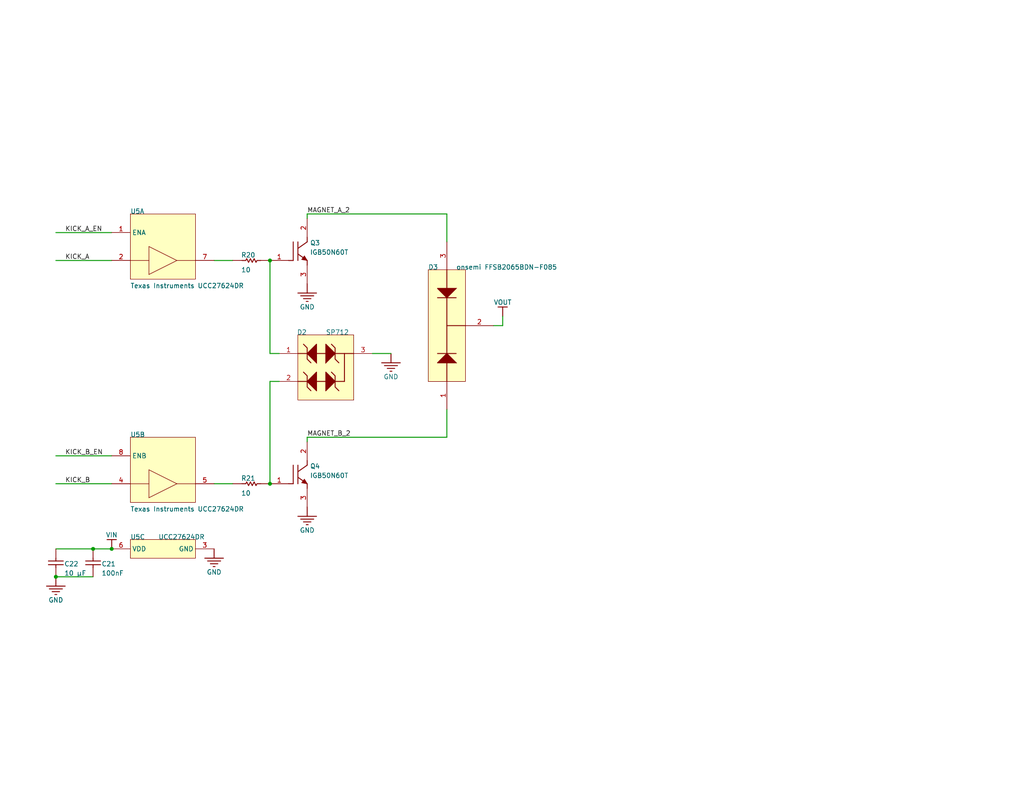
<source format=kicad_sch>
(kicad_sch (version 20230121) (generator eeschema)
  (paper "A")
  (lib_symbols
    (symbol "mikona-altium-import:0_INF-IGBT-N-GEC-3_A"
      (property "Value" "0_INF-IGBT-N-GEC-3_A" (at 0 0 0))
      (symbol "0_INF-IGBT-N-GEC-3_A_1_0"
        (polyline (pts (xy 0 -6.35) (xy 1.27 -6.35)) (stroke (width 0.254)))
        (polyline (pts (xy 1.27 -1.27) (xy 1.27 -6.35)) (stroke (width 0.254)))
        (polyline (pts (xy 2.54 -4.572) (xy 5.08 -6.35)) (stroke (width 0.254)))
        (polyline (pts (xy 2.54 -1.27) (xy 2.54 -6.35)) (stroke (width 0.254)))
        (polyline (pts (xy 5.08 -6.35) (xy 5.08 -7.62)) (stroke (width 0.254)))
        (polyline (pts (xy 5.08 -1.27) (xy 2.54 -3.048)) (stroke (width 0.254)))
        (polyline (pts (xy 5.08 0) (xy 5.08 -1.27)) (stroke (width 0.254)))
        (polyline (pts (xy 5.08 -6.35) (xy 4.318 -5.08) (xy 3.556 -6.096) (xy 5.08 -6.35)) (fill (type outline)))
        (pin passive line (at -5.08 -6.35 0) (length 5.08) (name "G") (number "1"))
        (pin passive line (at 5.08 5.08 270) (length 5.08) (name "C") (number "2"))
        (pin passive line (at 5.08 -12.7 90) (length 5.08) (name "E") (number "3"))
      )
    )
    (symbol "mikona-altium-import:0_RES-2"
      (property "Value" "0_RES-2" (at 0 0 0))
      (symbol "0_RES-2_1_0"
        (polyline (pts (xy 5.08 -2.54) (xy 4.064 -2.54) (xy 3.81 -3.048) (xy 3.302 -2.032) (xy 2.794 -3.048) (xy 2.286 -2.032) (xy 1.778 -3.048) (xy 1.27 -2.032) (xy 1.016 -2.54) (xy 0 -2.54)) (stroke (width 0.254)))
        (pin passive line (at -2.54 -2.54 0) (length 2.54) (name "1") (number "1"))
        (pin passive line (at 7.62 -2.54 180) (length 2.54) (name "2") (number "2"))
      )
    )
    (symbol "mikona-altium-import:0_SP712-02HTG"
      (property "Value" "0_SP712-02HTG" (at 0 0 0))
      (symbol "0_SP712-02HTG_1_0"
        (polyline (pts (xy 0 -10.16) (xy 2.54 -10.16)) (stroke (width 0.254)))
        (polyline (pts (xy 0 -2.54) (xy 2.54 -2.54)) (stroke (width 0.254)))
        (polyline (pts (xy 5.08 -10.16) (xy 7.62 -10.16)) (stroke (width 0.254)))
        (polyline (pts (xy 5.08 -2.54) (xy 7.62 -2.54)) (stroke (width 0.254)))
        (polyline (pts (xy 10.16 -10.16) (xy 12.7 -10.16)) (stroke (width 0.254)))
        (polyline (pts (xy 10.16 -2.54) (xy 15.24 -2.54)) (stroke (width 0.254)))
        (polyline (pts (xy 12.7 -10.16) (xy 12.7 -2.54)) (stroke (width 0.254)))
        (polyline (pts (xy 3.556 -12.7) (xy 2.54 -11.684) (xy 2.54 -8.636) (xy 1.524 -7.62)) (stroke (width 0.254)))
        (polyline (pts (xy 3.556 -5.08) (xy 2.54 -4.064) (xy 2.54 -1.016) (xy 1.524 0)) (stroke (width 0.254)))
        (polyline (pts (xy 5.08 -12.7) (xy 2.54 -10.16) (xy 5.08 -7.62) (xy 5.08 -12.7)) (stroke (width 0.254)) (fill (type outline)))
        (polyline (pts (xy 5.08 -5.08) (xy 2.54 -2.54) (xy 5.08 0) (xy 5.08 -5.08)) (stroke (width 0.254)) (fill (type outline)))
        (polyline (pts (xy 7.62 -12.7) (xy 10.16 -10.16) (xy 7.62 -7.62) (xy 7.62 -12.7)) (stroke (width 0.254)) (fill (type outline)))
        (polyline (pts (xy 7.62 -5.08) (xy 10.16 -2.54) (xy 7.62 0) (xy 7.62 -5.08)) (stroke (width 0.254)) (fill (type outline)))
        (polyline (pts (xy 11.176 -12.7) (xy 10.16 -11.684) (xy 10.16 -8.636) (xy 9.144 -7.62)) (stroke (width 0.254)))
        (polyline (pts (xy 11.176 -5.08) (xy 10.16 -4.064) (xy 10.16 -1.016) (xy 9.144 0)) (stroke (width 0.254)))
        (rectangle (start 15.24 2.54) (end 0 -15.24) (fill (type background)))
        (pin passive line (at -5.08 -2.54 0) (length 5.08) (name "A1") (number "1"))
        (pin passive line (at -5.08 -10.16 0) (length 5.08) (name "A1") (number "2"))
        (pin passive line (at 20.32 -2.54 180) (length 5.08) (name "A2") (number "3"))
      )
    )
    (symbol "mikona-altium-import:0_UCC27624DR"
      (property "Value" "0_UCC27624DR" (at 0 0 0))
      (symbol "0_UCC27624DR_1_0"
        (polyline (pts (xy 0 -5.08) (xy 5.08 -5.08)))
        (polyline (pts (xy 5.08 -8.89) (xy 5.08 -1.27)))
        (polyline (pts (xy 5.08 -8.89) (xy 12.7 -5.08)))
        (polyline (pts (xy 5.08 -1.27) (xy 12.7 -5.08)))
        (polyline (pts (xy 12.7 -5.08) (xy 17.78 -5.08)))
        (rectangle (start 17.78 7.62) (end 0 -10.16) (fill (type background)))
        (pin input line (at -5.08 2.54 0) (length 5.08) (name "ENA") (number "1"))
        (pin input line (at -5.08 -5.08 0) (length 5.08) (name "INA") (number "2"))
        (pin output line (at 22.86 -5.08 180) (length 5.08) (name "OUTA") (number "7"))
      )
      (symbol "0_UCC27624DR_2_0"
        (polyline (pts (xy 0 -5.08) (xy 5.08 -5.08)))
        (polyline (pts (xy 5.08 -8.89) (xy 5.08 -1.27)))
        (polyline (pts (xy 5.08 -8.89) (xy 12.7 -5.08)))
        (polyline (pts (xy 5.08 -1.27) (xy 12.7 -5.08)))
        (polyline (pts (xy 12.7 -5.08) (xy 17.78 -5.08)))
        (rectangle (start 17.78 7.62) (end 0 -10.16) (fill (type background)))
        (pin input line (at -5.08 -5.08 0) (length 5.08) (name "INB") (number "4"))
        (pin output line (at 22.86 -5.08 180) (length 5.08) (name "OUTB") (number "5"))
        (pin input line (at -5.08 2.54 0) (length 5.08) (name "ENB") (number "8"))
      )
      (symbol "0_UCC27624DR_3_0"
        (rectangle (start 17.78 0) (end 0 -5.08) (fill (type background)))
        (pin passive line (at 22.86 -2.54 180) (length 5.08) (name "GND") (number "3"))
        (pin passive line (at -5.08 -2.54 0) (length 5.08) (name "VDD") (number "6"))
      )
    )
    (symbol "mikona-altium-import:1_FFSB2065BDN-F085"
      (property "Value" "1_FFSB2065BDN-F085" (at 0 0 0))
      (symbol "1_FFSB2065BDN-F085_1_0"
        (polyline (pts (xy -2.54 -7.62) (xy 2.54 -7.62)) (stroke (width 0.254)))
        (polyline (pts (xy -2.54 7.62) (xy 2.54 7.62)) (stroke (width 0.254)))
        (polyline (pts (xy 0 -15.24) (xy 0 -10.16)) (stroke (width 0.254)))
        (polyline (pts (xy 0 -7.62) (xy 0 7.62)) (stroke (width 0.254)))
        (polyline (pts (xy 0 0) (xy 5.08 0)) (stroke (width 0.254)))
        (polyline (pts (xy 0 10.16) (xy 0 15.24)) (stroke (width 0.254)))
        (polyline (pts (xy 2.54 -10.16) (xy 0 -7.62) (xy -2.54 -10.16) (xy 2.54 -10.16)) (stroke (width 0.254)) (fill (type outline)))
        (polyline (pts (xy 2.54 10.16) (xy 0 7.62) (xy -2.54 10.16) (xy 2.54 10.16)) (stroke (width 0.254)) (fill (type outline)))
        (rectangle (start 5.08 15.24) (end -5.08 -15.24) (fill (type background)))
        (pin passive line (at 0 -22.86 90) (length 7.62) (name "1") (number "1"))
        (pin passive line (at 12.7 0 180) (length 7.62) (name "2") (number "2"))
        (pin passive line (at 0 22.86 270) (length 7.62) (name "3") (number "3"))
      )
    )
    (symbol "mikona-altium-import:1_SYM-55069f29b9a38ac1-2"
      (property "Value" "1_SYM-55069f29b9a38ac1-2" (at 0 0 0))
      (symbol "1_SYM-55069f29b9a38ac1-2_1_0"
        (polyline (pts (xy -2.032 4.318) (xy 2.032 4.318)) (stroke (width 0.254)))
        (polyline (pts (xy 0 2.54) (xy 0 3.302)) (stroke (width 0.254)))
        (polyline (pts (xy 0 5.08) (xy 0 4.318)) (stroke (width 0.254)))
        (polyline (pts (xy 2.032 3.302) (xy -2.032 3.302)) (stroke (width 0.254)))
        (pin passive line (at 0 0 90) (length 2.54) (name "1") (number "1"))
        (pin passive line (at 0 7.62 270) (length 2.54) (name "2") (number "2"))
      )
    )
    (symbol "mikona-altium-import:1_SYM-773ebe35ab3ba8f9-3"
      (property "Value" "1_SYM-773ebe35ab3ba8f9-3" (at 0 0 0))
      (symbol "1_SYM-773ebe35ab3ba8f9-3_1_0"
        (polyline (pts (xy -2.032 4.318) (xy 2.032 4.318)) (stroke (width 0.254)))
        (polyline (pts (xy 0 2.54) (xy 0 3.302)) (stroke (width 0.254)))
        (polyline (pts (xy 0 5.08) (xy 0 4.318)) (stroke (width 0.254)))
        (polyline (pts (xy 2.032 3.302) (xy -2.032 3.302)) (stroke (width 0.254)))
        (pin passive line (at 0 0 90) (length 2.54) (name "1") (number "1"))
        (pin passive line (at 0 7.62 270) (length 2.54) (name "2") (number "2"))
      )
    )
    (symbol "mikona-altium-import:GND" (power)
      (property "Reference" "#PWR" (at 0 0 0))
      (property "Value" "GND" (at 0 6.35 0))
      (symbol "GND_0_0"
        (polyline (pts (xy -2.54 -2.54) (xy 2.54 -2.54)) (stroke (width 0.254)))
        (polyline (pts (xy -1.778 -3.302) (xy 1.778 -3.302)) (stroke (width 0.254)))
        (polyline (pts (xy -1.016 -4.064) (xy 1.016 -4.064)) (stroke (width 0.254)))
        (polyline (pts (xy -0.254 -4.826) (xy 0.254 -4.826)) (stroke (width 0.254)))
        (polyline (pts (xy 0 0) (xy 0 -2.54)) (stroke (width 0.254)))
        (pin power_in line (at 0 0 0) (length 0) hide (name "GND") (number ""))
      )
    )
    (symbol "mikona-altium-import:VIN" (power)
      (property "Reference" "#PWR" (at 0 0 0))
      (property "Value" "VIN" (at 0 3.81 0))
      (symbol "VIN_0_0"
        (polyline (pts (xy -1.27 -2.54) (xy 1.27 -2.54)) (stroke (width 0.254)))
        (polyline (pts (xy 0 0) (xy 0 -2.54)) (stroke (width 0.254)))
        (pin power_in line (at 0 0 0) (length 0) hide (name "VIN") (number ""))
      )
    )
    (symbol "mikona-altium-import:VOUT" (power)
      (property "Reference" "#PWR" (at 0 0 0))
      (property "Value" "VOUT" (at 0 3.81 0))
      (symbol "VOUT_0_0"
        (polyline (pts (xy -1.27 -2.54) (xy 1.27 -2.54)) (stroke (width 0.254)))
        (polyline (pts (xy 0 0) (xy 0 -2.54)) (stroke (width 0.254)))
        (pin power_in line (at 0 0 0) (length 0) hide (name "VOUT") (number ""))
      )
    )
  )
  (junction (at 73.66 71.12))
  (junction (at 15.24 157.48))
  (junction (at 25.4 149.86))
  (junction (at 30.48 149.86))
  (junction (at 73.66 132.08))
  (wire (pts (xy 76.2 104.14) (xy 73.66 104.14)) (stroke (width 0.254)))
  (wire (pts (xy 30.48 63.5) (xy 15.24 63.5)) (stroke (width 0.254)))
  (wire (pts (xy 58.42 71.12) (xy 63.5 71.12)) (stroke (width 0.254)))
  (wire (pts (xy 83.82 119.38) (xy 121.92 119.38)) (stroke (width 0.254)))
  (wire (pts (xy 76.2 96.52) (xy 73.66 96.52)) (stroke (width 0.254)))
  (wire (pts (xy 73.66 104.14) (xy 73.66 132.08)) (stroke (width 0.254)))
  (wire (pts (xy 63.5 132.08) (xy 58.42 132.08)) (stroke (width 0.254)))
  (wire (pts (xy 83.82 58.42) (xy 121.92 58.42)) (stroke (width 0.254)))
  (wire (pts (xy 73.66 96.52) (xy 73.66 71.12)) (stroke (width 0.254)))
  (wire (pts (xy 101.6 96.52) (xy 106.68 96.52)) (stroke (width 0.254)))
  (wire (pts (xy 137.16 88.9) (xy 137.16 86.36)) (stroke (width 0.254)))
  (wire (pts (xy 121.92 58.42) (xy 121.92 66.04)) (stroke (width 0.254)))
  (wire (pts (xy 121.92 119.38) (xy 121.92 111.76)) (stroke (width 0.254)))
  (wire (pts (xy 25.4 149.86) (xy 15.24 149.86)) (stroke (width 0.254)))
  (wire (pts (xy 30.48 71.12) (xy 15.24 71.12)) (stroke (width 0.254)))
  (wire (pts (xy 134.62 88.9) (xy 137.16 88.9)) (stroke (width 0.254)))
  (wire (pts (xy 30.48 149.86) (xy 25.4 149.86)) (stroke (width 0.254)))
  (wire (pts (xy 30.48 132.08) (xy 15.24 132.08)) (stroke (width 0.254)))
  (wire (pts (xy 15.24 157.48) (xy 25.4 157.48)) (stroke (width 0.254)))
  (wire (pts (xy 30.48 124.46) (xy 15.24 124.46)) (stroke (width 0.254)))
  (wire (pts (xy 83.82 120.65) (xy 83.82 119.38)) (stroke (width 0.254)))
  (wire (pts (xy 83.82 59.69) (xy 83.82 58.42)) (stroke (width 0.254)))
  (label "KICK_A_EN" (at 17.78 63.5 0))
  (label "MAGNET_A_2" (at 83.82 58.42 0))
  (label "KICK_B" (at 17.78 132.08 0))
  (label "KICK_B_EN" (at 17.78 124.46 0))
  (label "MAGNET_B_2" (at 83.82 119.38 0))
  (label "KICK_A" (at 17.78 71.12 0))
  (symbol (lib_id "mikona-altium-import:VIN") (at 30.48 149.86 180) (unit 1)
    (property "Reference" "#PWR?" (effects hide))
    (property "Value" "VIN" (at 30.48 146.05 0))
  )
  (symbol (lib_id "mikona-altium-import:0_UCC27624DR") (at 35.56 147.32 0) (unit 3)
    (property "Reference" "U5" (at 35.56 147.32 0) (effects (justify left bottom)))
    (property "Value" "UCC27624DR" (at 43.18 147.32 0) (effects (justify left bottom)))
    (property "Footprint" "SOIC-OA8_L" (effects hide))
    (property "MANUFACTURER PART NUMBER" "UCC27624DR" (effects hide))
    (property "OCTOPARTID" "6206ac6461b3bdc1" (effects hide))
    (property "OCTOPART URL" "https://octopart.com/ucc27624dr-texas+instruments-124266195" (effects hide))
    (property "LIFECYCLE STATUS" "Not Listed by Manufacturer" (effects hide))
  )
  (symbol (lib_id "mikona-altium-import:0_INF-IGBT-N-GEC-3_A") (at 78.74 125.73 0) (unit 1)
    (property "Reference" "Q4" (at 84.582 128.016 0) (effects (justify left bottom)))
    (property "Value" "IGB50N60T" (at 84.582 130.556 0) (effects (justify left bottom)))
    (property "Footprint" "INF-PG-TO-263-3-2_A_M" (effects hide))
    (property "NUMBER OF PINS" "3" (effects hide))
    (property "OCTOPART URL" "https://octopart.com/igb50n60t-infineon-3770246" (effects hide))
    (property "OCTOPARTID" "074ace79a5aad88d" (effects hide))
    (property "ROHS" "Compliant" (effects hide))
    (property "MANUFACTURER PART NUMBER" "IGB50N60TATMA1" (effects hide))
  )
  (symbol (lib_id "mikona-altium-import:0_INF-IGBT-N-GEC-3_A") (at 78.74 64.77 0) (unit 1)
    (property "Reference" "Q3" (at 84.582 67.056 0) (effects (justify left bottom)))
    (property "Value" "IGB50N60T" (at 84.582 69.596 0) (effects (justify left bottom)))
    (property "Footprint" "INF-PG-TO-263-3-2_A_M" (effects hide))
    (property "NUMBER OF PINS" "3" (effects hide))
    (property "OCTOPART URL" "https://octopart.com/igb50n60t-infineon-3770246" (effects hide))
    (property "OCTOPARTID" "074ace79a5aad88d" (effects hide))
    (property "ROHS" "Compliant" (effects hide))
    (property "MANUFACTURER PART NUMBER" "IGB50N60TATMA1" (effects hide))
  )
  (symbol (lib_id "mikona-altium-import:GND") (at 106.68 96.52 0) (unit 1)
    (property "Reference" "#PWR?" (effects hide))
    (property "Value" "GND" (at 106.68 102.87 0))
  )
  (symbol (lib_id "mikona-altium-import:0_RES-2") (at 66.04 129.54 0) (unit 1)
    (property "Reference" "R21" (at 65.786 131.318 0) (effects (justify left bottom)))
    (property "Value" "10" (at 65.786 135.382 0) (effects (justify left bottom)))
    (property "Footprint" "RESC1005X40X25NL05T05" (effects hide))
    (property "MANUFACTURER PART NUMBER" "ERJ-2GEJ100X" (effects hide))
    (property "CASE/PACKAGE" "0402" (effects hide))
    (property "LEAD-FREE STATUS" "Lead Free" (effects hide))
    (property "LIFECYCLE STATUS" "Not Listed by Manufacturer" (effects hide))
    (property "MOUNTING STYLE" "Surface Mount" (effects hide))
    (property "OCTOPART URL" "https://octopart.com/erj-2gej100x-panasonic-55404978" (effects hide))
    (property "OCTOPARTID" "2095ead26c41ff52" (effects hide))
    (property "PACKAGING" "Cut Tape (CT)" (effects hide))
    (property "POWER RATING" "0.1 W" (effects hide))
    (property "REACH SVHC COMPLIANCE" "No SVHC" (effects hide))
    (property "RESISTANCE" "10.0 Ω" (effects hide))
    (property "RESISTANCE TOLERANCE" "±5%" (effects hide))
    (property "ROHS" "Compliant" (effects hide))
    (property "SIZE-HEIGHT" "0.00035 m" (effects hide))
    (property "SIZE-LENGTH" "0.001 m" (effects hide))
    (property "SIZE-WIDTH" "0.0005 m" (effects hide))
    (property "VOLTAGE RATING (DC)" "50.0 V" (effects hide))
  )
  (symbol (lib_id "mikona-altium-import:GND") (at 15.24 157.48 0) (unit 1)
    (property "Reference" "#PWR?" (effects hide))
    (property "Value" "GND" (at 15.24 163.83 0))
  )
  (symbol (lib_id "mikona-altium-import:GND") (at 58.42 149.86 0) (unit 1)
    (property "Reference" "#PWR?" (effects hide))
    (property "Value" "GND" (at 58.42 156.21 0))
  )
  (symbol (lib_id "mikona-altium-import:0_UCC27624DR") (at 35.56 66.04 0) (unit 1)
    (property "Reference" "U5" (at 35.56 58.42 0) (effects (justify left bottom)))
    (property "Value" "Texas Instruments UCC27624DR" (at 35.56 78.74 0) (effects (justify left bottom)))
    (property "Footprint" "SOIC-OA8_L" (effects hide))
    (property "MANUFACTURER PART NUMBER" "UCC27624DR" (effects hide))
    (property "OCTOPARTID" "6206ac6461b3bdc1" (effects hide))
    (property "OCTOPART URL" "https://octopart.com/ucc27624dr-texas+instruments-124266195" (effects hide))
    (property "LIFECYCLE STATUS" "Not Listed by Manufacturer" (effects hide))
  )
  (symbol (lib_id "mikona-altium-import:1_SYM-55069f29b9a38ac1-2") (at 15.24 157.48 0) (unit 1)
    (property "Reference" "C22" (at 17.526 154.686 0) (effects (justify left bottom)))
    (property "Value" "10 µF" (at 17.526 157.226 0) (effects (justify left bottom)))
    (property "Footprint" "RESC2013X55X40ML15T20" (effects hide))
    (property "OCTOPART URL" "https://octopart.com/grm21br61h106ke43l-murata-52808131" (effects hide))
    (property "SIZE-THICKNESS" "1.25 mm" (effects hide))
    (property "CAPACITANCE" "10.0 µF" (effects hide))
    (property "FOOTPRINT" "PCB-iofq8orujrbkju2ey0y8-1" (effects hide))
    (property "CASE/PACKAGE" "0805" (effects hide))
    (property "VOLTAGE RATING (DC)" "50.0 V" (effects hide))
    (property "SIZE-WIDTH" "1.25 mm" (effects hide))
    (property "DIELECTRIC CHARACTERISTIC" "X5R" (effects hide))
    (property "OCTOPARTID" "55069f29b9a38ac1" (effects hide))
    (property "SIZE-LENGTH" "2.00 mm" (effects hide))
    (property "CAPACITANCE TOLERANCE" "±10%" (effects hide))
    (property "MANUFACTURER PART NUMBER" "GRM21BR61H106KE43L" (effects hide))
  )
  (symbol (lib_id "mikona-altium-import:0_SP712-02HTG") (at 81.28 93.98 0) (unit 1)
    (property "Reference" "D2" (at 81.026 91.44 0) (effects (justify left bottom)))
    (property "Value" "SP712" (at 88.9 91.44 0) (effects (justify left bottom)))
    (property "Footprint" "ONSC-SOT-23-3-318-08_V" (effects hide))
    (property "MANUFACTURER PART NUMBER" "SP712-02HTG" (effects hide))
    (property "OCTOPART URL" "https://octopart.com/sp712-02htg-littelfuse-107490144" (effects hide))
    (property "OCTOPARTID" "9ddc52be93da421b" (effects hide))
  )
  (symbol (lib_id "mikona-altium-import:GND") (at 83.82 77.47 0) (unit 1)
    (property "Reference" "#PWR?" (effects hide))
    (property "Value" "GND" (at 83.82 83.82 0))
  )
  (symbol (lib_id "mikona-altium-import:GND") (at 83.82 138.43 0) (unit 1)
    (property "Reference" "#PWR?" (effects hide))
    (property "Value" "GND" (at 83.82 144.78 0))
  )
  (symbol (lib_id "mikona-altium-import:0_UCC27624DR") (at 35.56 127 0) (unit 2)
    (property "Reference" "U5" (at 35.56 119.38 0) (effects (justify left bottom)))
    (property "Value" "Texas Instruments UCC27624DR" (at 35.56 139.7 0) (effects (justify left bottom)))
    (property "Footprint" "SOIC-OA8_L" (effects hide))
    (property "MANUFACTURER PART NUMBER" "UCC27624DR" (effects hide))
    (property "OCTOPARTID" "6206ac6461b3bdc1" (effects hide))
    (property "OCTOPART URL" "https://octopart.com/ucc27624dr-texas+instruments-124266195" (effects hide))
    (property "LIFECYCLE STATUS" "Not Listed by Manufacturer" (effects hide))
  )
  (symbol (lib_id "mikona-altium-import:1_SYM-773ebe35ab3ba8f9-3") (at 25.4 157.48 0) (unit 1)
    (property "Reference" "C21" (at 27.686 154.686 0) (effects (justify left bottom)))
    (property "Value" "100nF" (at 27.686 157.226 0) (effects (justify left bottom)))
    (property "Footprint" "PCB-lqeomw61a722wi99q4vw-1" (effects hide))
    (property "MPN" "C0805C104M5RACTU" (effects hide))
    (property "CAPACITANCE" "0.1 uF" (effects hide))
    (property "PACKAGE" "0805" (effects hide))
  )
  (symbol (lib_id "mikona-altium-import:1_FFSB2065BDN-F085") (at 121.92 88.9 0) (unit 1)
    (property "Reference" "D3" (at 116.84 73.66 0) (effects (justify left bottom)))
    (property "Value" "onsemi FFSB2065BDN-F085" (at 124.46 73.66 0) (effects (justify left bottom)))
    (property "Footprint" "ONSC-TO-263-2L-3_V" (effects hide))
    (property "MANUFACTURER PART NUMBER" "FFSB2065BDN-F085" (effects hide))
    (property "ROHS" "Compliant" (effects hide))
    (property "OCTOPARTID" "e95225b2e1e13695" (effects hide))
    (property "OCTOPART URL" "https://octopart.com/ffsb2065bdn-f085-onsemi-99233237" (effects hide))
    (property "LIFECYCLE STATUS" "Active" (effects hide))
    (property "LEAD-FREE STATUS" "Lead Free" (effects hide))
    (property "REPLACECOMPONENTID" "YBNJVZSL" (effects hide))
    (property "PARTID" "1" (effects hide))
  )
  (symbol (lib_id "mikona-altium-import:VOUT") (at 137.16 86.36 180) (unit 1)
    (property "Reference" "#PWR?" (effects hide))
    (property "Value" "VOUT" (at 137.16 82.55 0))
  )
  (symbol (lib_id "mikona-altium-import:0_RES-2") (at 66.04 68.58 0) (unit 1)
    (property "Reference" "R20" (at 65.786 70.358 0) (effects (justify left bottom)))
    (property "Value" "10" (at 65.786 74.422 0) (effects (justify left bottom)))
    (property "Footprint" "RESC1005X40X25NL05T05" (effects hide))
    (property "MANUFACTURER PART NUMBER" "ERJ-2GEJ100X" (effects hide))
    (property "CASE/PACKAGE" "0402" (effects hide))
    (property "LEAD-FREE STATUS" "Lead Free" (effects hide))
    (property "LIFECYCLE STATUS" "Not Listed by Manufacturer" (effects hide))
    (property "MOUNTING STYLE" "Surface Mount" (effects hide))
    (property "OCTOPART URL" "https://octopart.com/erj-2gej100x-panasonic-55404978" (effects hide))
    (property "OCTOPARTID" "2095ead26c41ff52" (effects hide))
    (property "PACKAGING" "Cut Tape (CT)" (effects hide))
    (property "POWER RATING" "0.1 W" (effects hide))
    (property "REACH SVHC COMPLIANCE" "No SVHC" (effects hide))
    (property "RESISTANCE" "10.0 Ω" (effects hide))
    (property "RESISTANCE TOLERANCE" "±5%" (effects hide))
    (property "ROHS" "Compliant" (effects hide))
    (property "SIZE-HEIGHT" "0.00035 m" (effects hide))
    (property "SIZE-LENGTH" "0.001 m" (effects hide))
    (property "SIZE-WIDTH" "0.0005 m" (effects hide))
    (property "VOLTAGE RATING (DC)" "50.0 V" (effects hide))
  )
)
</source>
